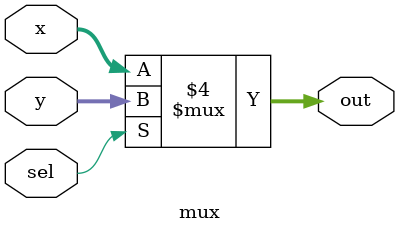
<source format=v>
`timescale 1ns / 1ps


module mux (x, y, sel, out);
input [N-1:0] x; 
input [N-1:0] y;
input sel;
output reg [N-1:0] out;
parameter N = 7;
always @ (*) begin
    if (sel == 1)
        out <= y;
    else
        out <= x;
    end
endmodule

</source>
